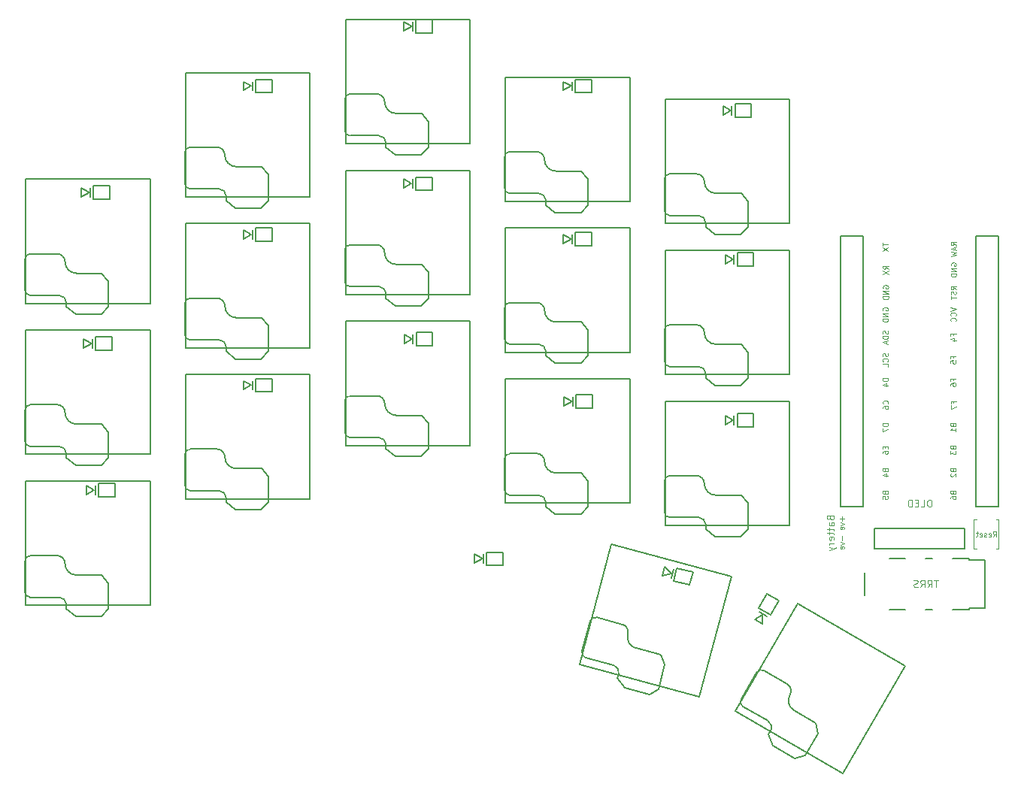
<source format=gbo>
G04 #@! TF.GenerationSoftware,KiCad,Pcbnew,7.0.6*
G04 #@! TF.CreationDate,2023-08-12T13:21:49+01:00*
G04 #@! TF.ProjectId,ferris_sweep,66657272-6973-45f7-9377-6565702e6b69,0.1*
G04 #@! TF.SameCoordinates,Original*
G04 #@! TF.FileFunction,Legend,Bot*
G04 #@! TF.FilePolarity,Positive*
%FSLAX46Y46*%
G04 Gerber Fmt 4.6, Leading zero omitted, Abs format (unit mm)*
G04 Created by KiCad (PCBNEW 7.0.6) date 2023-08-12 13:21:49*
%MOMM*%
%LPD*%
G01*
G04 APERTURE LIST*
%ADD10C,0.080000*%
%ADD11C,0.100000*%
%ADD12C,0.150000*%
%ADD13C,0.120000*%
G04 APERTURE END LIST*
D10*
X173122890Y-120526230D02*
X173322890Y-120240516D01*
X173465747Y-120526230D02*
X173465747Y-119926230D01*
X173465747Y-119926230D02*
X173237176Y-119926230D01*
X173237176Y-119926230D02*
X173180033Y-119954801D01*
X173180033Y-119954801D02*
X173151462Y-119983373D01*
X173151462Y-119983373D02*
X173122890Y-120040516D01*
X173122890Y-120040516D02*
X173122890Y-120126230D01*
X173122890Y-120126230D02*
X173151462Y-120183373D01*
X173151462Y-120183373D02*
X173180033Y-120211944D01*
X173180033Y-120211944D02*
X173237176Y-120240516D01*
X173237176Y-120240516D02*
X173465747Y-120240516D01*
X172637176Y-120497659D02*
X172694319Y-120526230D01*
X172694319Y-120526230D02*
X172808605Y-120526230D01*
X172808605Y-120526230D02*
X172865747Y-120497659D01*
X172865747Y-120497659D02*
X172894319Y-120440516D01*
X172894319Y-120440516D02*
X172894319Y-120211944D01*
X172894319Y-120211944D02*
X172865747Y-120154801D01*
X172865747Y-120154801D02*
X172808605Y-120126230D01*
X172808605Y-120126230D02*
X172694319Y-120126230D01*
X172694319Y-120126230D02*
X172637176Y-120154801D01*
X172637176Y-120154801D02*
X172608605Y-120211944D01*
X172608605Y-120211944D02*
X172608605Y-120269087D01*
X172608605Y-120269087D02*
X172894319Y-120326230D01*
X172380033Y-120497659D02*
X172322890Y-120526230D01*
X172322890Y-120526230D02*
X172208604Y-120526230D01*
X172208604Y-120526230D02*
X172151461Y-120497659D01*
X172151461Y-120497659D02*
X172122890Y-120440516D01*
X172122890Y-120440516D02*
X172122890Y-120411944D01*
X172122890Y-120411944D02*
X172151461Y-120354801D01*
X172151461Y-120354801D02*
X172208604Y-120326230D01*
X172208604Y-120326230D02*
X172294319Y-120326230D01*
X172294319Y-120326230D02*
X172351461Y-120297659D01*
X172351461Y-120297659D02*
X172380033Y-120240516D01*
X172380033Y-120240516D02*
X172380033Y-120211944D01*
X172380033Y-120211944D02*
X172351461Y-120154801D01*
X172351461Y-120154801D02*
X172294319Y-120126230D01*
X172294319Y-120126230D02*
X172208604Y-120126230D01*
X172208604Y-120126230D02*
X172151461Y-120154801D01*
X171637176Y-120497659D02*
X171694319Y-120526230D01*
X171694319Y-120526230D02*
X171808605Y-120526230D01*
X171808605Y-120526230D02*
X171865747Y-120497659D01*
X171865747Y-120497659D02*
X171894319Y-120440516D01*
X171894319Y-120440516D02*
X171894319Y-120211944D01*
X171894319Y-120211944D02*
X171865747Y-120154801D01*
X171865747Y-120154801D02*
X171808605Y-120126230D01*
X171808605Y-120126230D02*
X171694319Y-120126230D01*
X171694319Y-120126230D02*
X171637176Y-120154801D01*
X171637176Y-120154801D02*
X171608605Y-120211944D01*
X171608605Y-120211944D02*
X171608605Y-120269087D01*
X171608605Y-120269087D02*
X171894319Y-120326230D01*
X171437176Y-120126230D02*
X171208604Y-120126230D01*
X171351461Y-119926230D02*
X171351461Y-120440516D01*
X171351461Y-120440516D02*
X171322890Y-120497659D01*
X171322890Y-120497659D02*
X171265747Y-120526230D01*
X171265747Y-120526230D02*
X171208604Y-120526230D01*
X161310762Y-102668165D02*
X160710762Y-102668165D01*
X160710762Y-102668165D02*
X160710762Y-102811022D01*
X160710762Y-102811022D02*
X160739333Y-102896736D01*
X160739333Y-102896736D02*
X160796476Y-102953879D01*
X160796476Y-102953879D02*
X160853619Y-102982450D01*
X160853619Y-102982450D02*
X160967905Y-103011022D01*
X160967905Y-103011022D02*
X161053619Y-103011022D01*
X161053619Y-103011022D02*
X161167905Y-102982450D01*
X161167905Y-102982450D02*
X161225048Y-102953879D01*
X161225048Y-102953879D02*
X161282191Y-102896736D01*
X161282191Y-102896736D02*
X161310762Y-102811022D01*
X161310762Y-102811022D02*
X161310762Y-102668165D01*
X160910762Y-103525308D02*
X161310762Y-103525308D01*
X160682191Y-103382450D02*
X161110762Y-103239593D01*
X161110762Y-103239593D02*
X161110762Y-103611022D01*
X161344505Y-90334749D02*
X161058791Y-90134749D01*
X161344505Y-89991892D02*
X160744505Y-89991892D01*
X160744505Y-89991892D02*
X160744505Y-90220463D01*
X160744505Y-90220463D02*
X160773076Y-90277606D01*
X160773076Y-90277606D02*
X160801648Y-90306177D01*
X160801648Y-90306177D02*
X160858791Y-90334749D01*
X160858791Y-90334749D02*
X160944505Y-90334749D01*
X160944505Y-90334749D02*
X161001648Y-90306177D01*
X161001648Y-90306177D02*
X161030219Y-90277606D01*
X161030219Y-90277606D02*
X161058791Y-90220463D01*
X161058791Y-90220463D02*
X161058791Y-89991892D01*
X160744505Y-90534749D02*
X161344505Y-90934749D01*
X160744505Y-90934749D02*
X161344505Y-90534749D01*
X161282191Y-99856736D02*
X161310762Y-99942451D01*
X161310762Y-99942451D02*
X161310762Y-100085308D01*
X161310762Y-100085308D02*
X161282191Y-100142451D01*
X161282191Y-100142451D02*
X161253619Y-100171022D01*
X161253619Y-100171022D02*
X161196476Y-100199593D01*
X161196476Y-100199593D02*
X161139333Y-100199593D01*
X161139333Y-100199593D02*
X161082191Y-100171022D01*
X161082191Y-100171022D02*
X161053619Y-100142451D01*
X161053619Y-100142451D02*
X161025048Y-100085308D01*
X161025048Y-100085308D02*
X160996476Y-99971022D01*
X160996476Y-99971022D02*
X160967905Y-99913879D01*
X160967905Y-99913879D02*
X160939333Y-99885308D01*
X160939333Y-99885308D02*
X160882191Y-99856736D01*
X160882191Y-99856736D02*
X160825048Y-99856736D01*
X160825048Y-99856736D02*
X160767905Y-99885308D01*
X160767905Y-99885308D02*
X160739333Y-99913879D01*
X160739333Y-99913879D02*
X160710762Y-99971022D01*
X160710762Y-99971022D02*
X160710762Y-100113879D01*
X160710762Y-100113879D02*
X160739333Y-100199593D01*
X161253619Y-100799594D02*
X161282191Y-100771022D01*
X161282191Y-100771022D02*
X161310762Y-100685308D01*
X161310762Y-100685308D02*
X161310762Y-100628165D01*
X161310762Y-100628165D02*
X161282191Y-100542451D01*
X161282191Y-100542451D02*
X161225048Y-100485308D01*
X161225048Y-100485308D02*
X161167905Y-100456737D01*
X161167905Y-100456737D02*
X161053619Y-100428165D01*
X161053619Y-100428165D02*
X160967905Y-100428165D01*
X160967905Y-100428165D02*
X160853619Y-100456737D01*
X160853619Y-100456737D02*
X160796476Y-100485308D01*
X160796476Y-100485308D02*
X160739333Y-100542451D01*
X160739333Y-100542451D02*
X160710762Y-100628165D01*
X160710762Y-100628165D02*
X160710762Y-100685308D01*
X160710762Y-100685308D02*
X160739333Y-100771022D01*
X160739333Y-100771022D02*
X160767905Y-100799594D01*
X161310762Y-101342451D02*
X161310762Y-101056737D01*
X161310762Y-101056737D02*
X160710762Y-101056737D01*
X160746127Y-95038984D02*
X160717556Y-94981842D01*
X160717556Y-94981842D02*
X160717556Y-94896127D01*
X160717556Y-94896127D02*
X160746127Y-94810413D01*
X160746127Y-94810413D02*
X160803270Y-94753270D01*
X160803270Y-94753270D02*
X160860413Y-94724699D01*
X160860413Y-94724699D02*
X160974699Y-94696127D01*
X160974699Y-94696127D02*
X161060413Y-94696127D01*
X161060413Y-94696127D02*
X161174699Y-94724699D01*
X161174699Y-94724699D02*
X161231842Y-94753270D01*
X161231842Y-94753270D02*
X161288985Y-94810413D01*
X161288985Y-94810413D02*
X161317556Y-94896127D01*
X161317556Y-94896127D02*
X161317556Y-94953270D01*
X161317556Y-94953270D02*
X161288985Y-95038984D01*
X161288985Y-95038984D02*
X161260413Y-95067556D01*
X161260413Y-95067556D02*
X161060413Y-95067556D01*
X161060413Y-95067556D02*
X161060413Y-94953270D01*
X161317556Y-95324699D02*
X160717556Y-95324699D01*
X160717556Y-95324699D02*
X161317556Y-95667556D01*
X161317556Y-95667556D02*
X160717556Y-95667556D01*
X161317556Y-95953270D02*
X160717556Y-95953270D01*
X160717556Y-95953270D02*
X160717556Y-96096127D01*
X160717556Y-96096127D02*
X160746127Y-96181841D01*
X160746127Y-96181841D02*
X160803270Y-96238984D01*
X160803270Y-96238984D02*
X160860413Y-96267555D01*
X160860413Y-96267555D02*
X160974699Y-96296127D01*
X160974699Y-96296127D02*
X161060413Y-96296127D01*
X161060413Y-96296127D02*
X161174699Y-96267555D01*
X161174699Y-96267555D02*
X161231842Y-96238984D01*
X161231842Y-96238984D02*
X161288985Y-96181841D01*
X161288985Y-96181841D02*
X161317556Y-96096127D01*
X161317556Y-96096127D02*
X161317556Y-95953270D01*
X168641641Y-102909495D02*
X168641641Y-102709495D01*
X168955927Y-102709495D02*
X168355927Y-102709495D01*
X168355927Y-102709495D02*
X168355927Y-102995209D01*
X168355927Y-103480924D02*
X168355927Y-103366638D01*
X168355927Y-103366638D02*
X168384498Y-103309495D01*
X168384498Y-103309495D02*
X168413070Y-103280924D01*
X168413070Y-103280924D02*
X168498784Y-103223781D01*
X168498784Y-103223781D02*
X168613070Y-103195209D01*
X168613070Y-103195209D02*
X168841641Y-103195209D01*
X168841641Y-103195209D02*
X168898784Y-103223781D01*
X168898784Y-103223781D02*
X168927356Y-103252352D01*
X168927356Y-103252352D02*
X168955927Y-103309495D01*
X168955927Y-103309495D02*
X168955927Y-103423781D01*
X168955927Y-103423781D02*
X168927356Y-103480924D01*
X168927356Y-103480924D02*
X168898784Y-103509495D01*
X168898784Y-103509495D02*
X168841641Y-103538066D01*
X168841641Y-103538066D02*
X168698784Y-103538066D01*
X168698784Y-103538066D02*
X168641641Y-103509495D01*
X168641641Y-103509495D02*
X168613070Y-103480924D01*
X168613070Y-103480924D02*
X168584498Y-103423781D01*
X168584498Y-103423781D02*
X168584498Y-103309495D01*
X168584498Y-103309495D02*
X168613070Y-103252352D01*
X168613070Y-103252352D02*
X168641641Y-103223781D01*
X168641641Y-103223781D02*
X168698784Y-103195209D01*
X168989670Y-87678936D02*
X168703956Y-87478936D01*
X168989670Y-87336079D02*
X168389670Y-87336079D01*
X168389670Y-87336079D02*
X168389670Y-87564650D01*
X168389670Y-87564650D02*
X168418241Y-87621793D01*
X168418241Y-87621793D02*
X168446813Y-87650364D01*
X168446813Y-87650364D02*
X168503956Y-87678936D01*
X168503956Y-87678936D02*
X168589670Y-87678936D01*
X168589670Y-87678936D02*
X168646813Y-87650364D01*
X168646813Y-87650364D02*
X168675384Y-87621793D01*
X168675384Y-87621793D02*
X168703956Y-87564650D01*
X168703956Y-87564650D02*
X168703956Y-87336079D01*
X168818241Y-87907507D02*
X168818241Y-88193222D01*
X168989670Y-87850364D02*
X168389670Y-88050364D01*
X168389670Y-88050364D02*
X168989670Y-88250364D01*
X168389670Y-88393222D02*
X168989670Y-88536079D01*
X168989670Y-88536079D02*
X168561099Y-88650365D01*
X168561099Y-88650365D02*
X168989670Y-88764650D01*
X168989670Y-88764650D02*
X168389670Y-88907508D01*
X161288985Y-97307555D02*
X161317556Y-97393270D01*
X161317556Y-97393270D02*
X161317556Y-97536127D01*
X161317556Y-97536127D02*
X161288985Y-97593270D01*
X161288985Y-97593270D02*
X161260413Y-97621841D01*
X161260413Y-97621841D02*
X161203270Y-97650412D01*
X161203270Y-97650412D02*
X161146127Y-97650412D01*
X161146127Y-97650412D02*
X161088985Y-97621841D01*
X161088985Y-97621841D02*
X161060413Y-97593270D01*
X161060413Y-97593270D02*
X161031842Y-97536127D01*
X161031842Y-97536127D02*
X161003270Y-97421841D01*
X161003270Y-97421841D02*
X160974699Y-97364698D01*
X160974699Y-97364698D02*
X160946127Y-97336127D01*
X160946127Y-97336127D02*
X160888985Y-97307555D01*
X160888985Y-97307555D02*
X160831842Y-97307555D01*
X160831842Y-97307555D02*
X160774699Y-97336127D01*
X160774699Y-97336127D02*
X160746127Y-97364698D01*
X160746127Y-97364698D02*
X160717556Y-97421841D01*
X160717556Y-97421841D02*
X160717556Y-97564698D01*
X160717556Y-97564698D02*
X160746127Y-97650412D01*
X161317556Y-97907556D02*
X160717556Y-97907556D01*
X160717556Y-97907556D02*
X160717556Y-98050413D01*
X160717556Y-98050413D02*
X160746127Y-98136127D01*
X160746127Y-98136127D02*
X160803270Y-98193270D01*
X160803270Y-98193270D02*
X160860413Y-98221841D01*
X160860413Y-98221841D02*
X160974699Y-98250413D01*
X160974699Y-98250413D02*
X161060413Y-98250413D01*
X161060413Y-98250413D02*
X161174699Y-98221841D01*
X161174699Y-98221841D02*
X161231842Y-98193270D01*
X161231842Y-98193270D02*
X161288985Y-98136127D01*
X161288985Y-98136127D02*
X161317556Y-98050413D01*
X161317556Y-98050413D02*
X161317556Y-97907556D01*
X161146127Y-98478984D02*
X161146127Y-98764699D01*
X161317556Y-98421841D02*
X160717556Y-98621841D01*
X160717556Y-98621841D02*
X161317556Y-98821841D01*
X168637654Y-115562626D02*
X168666226Y-115648340D01*
X168666226Y-115648340D02*
X168694797Y-115676911D01*
X168694797Y-115676911D02*
X168751940Y-115705483D01*
X168751940Y-115705483D02*
X168837654Y-115705483D01*
X168837654Y-115705483D02*
X168894797Y-115676911D01*
X168894797Y-115676911D02*
X168923369Y-115648340D01*
X168923369Y-115648340D02*
X168951940Y-115591197D01*
X168951940Y-115591197D02*
X168951940Y-115362626D01*
X168951940Y-115362626D02*
X168351940Y-115362626D01*
X168351940Y-115362626D02*
X168351940Y-115562626D01*
X168351940Y-115562626D02*
X168380511Y-115619769D01*
X168380511Y-115619769D02*
X168409083Y-115648340D01*
X168409083Y-115648340D02*
X168466226Y-115676911D01*
X168466226Y-115676911D02*
X168523369Y-115676911D01*
X168523369Y-115676911D02*
X168580511Y-115648340D01*
X168580511Y-115648340D02*
X168609083Y-115619769D01*
X168609083Y-115619769D02*
X168637654Y-115562626D01*
X168637654Y-115562626D02*
X168637654Y-115362626D01*
X168351940Y-116219769D02*
X168351940Y-116105483D01*
X168351940Y-116105483D02*
X168380511Y-116048340D01*
X168380511Y-116048340D02*
X168409083Y-116019769D01*
X168409083Y-116019769D02*
X168494797Y-115962626D01*
X168494797Y-115962626D02*
X168609083Y-115934054D01*
X168609083Y-115934054D02*
X168837654Y-115934054D01*
X168837654Y-115934054D02*
X168894797Y-115962626D01*
X168894797Y-115962626D02*
X168923369Y-115991197D01*
X168923369Y-115991197D02*
X168951940Y-116048340D01*
X168951940Y-116048340D02*
X168951940Y-116162626D01*
X168951940Y-116162626D02*
X168923369Y-116219769D01*
X168923369Y-116219769D02*
X168894797Y-116248340D01*
X168894797Y-116248340D02*
X168837654Y-116276911D01*
X168837654Y-116276911D02*
X168694797Y-116276911D01*
X168694797Y-116276911D02*
X168637654Y-116248340D01*
X168637654Y-116248340D02*
X168609083Y-116219769D01*
X168609083Y-116219769D02*
X168580511Y-116162626D01*
X168580511Y-116162626D02*
X168580511Y-116048340D01*
X168580511Y-116048340D02*
X168609083Y-115991197D01*
X168609083Y-115991197D02*
X168637654Y-115962626D01*
X168637654Y-115962626D02*
X168694797Y-115934054D01*
X160992489Y-115564153D02*
X161021061Y-115649867D01*
X161021061Y-115649867D02*
X161049632Y-115678438D01*
X161049632Y-115678438D02*
X161106775Y-115707010D01*
X161106775Y-115707010D02*
X161192489Y-115707010D01*
X161192489Y-115707010D02*
X161249632Y-115678438D01*
X161249632Y-115678438D02*
X161278204Y-115649867D01*
X161278204Y-115649867D02*
X161306775Y-115592724D01*
X161306775Y-115592724D02*
X161306775Y-115364153D01*
X161306775Y-115364153D02*
X160706775Y-115364153D01*
X160706775Y-115364153D02*
X160706775Y-115564153D01*
X160706775Y-115564153D02*
X160735346Y-115621296D01*
X160735346Y-115621296D02*
X160763918Y-115649867D01*
X160763918Y-115649867D02*
X160821061Y-115678438D01*
X160821061Y-115678438D02*
X160878204Y-115678438D01*
X160878204Y-115678438D02*
X160935346Y-115649867D01*
X160935346Y-115649867D02*
X160963918Y-115621296D01*
X160963918Y-115621296D02*
X160992489Y-115564153D01*
X160992489Y-115564153D02*
X160992489Y-115364153D01*
X160706775Y-116249867D02*
X160706775Y-115964153D01*
X160706775Y-115964153D02*
X160992489Y-115935581D01*
X160992489Y-115935581D02*
X160963918Y-115964153D01*
X160963918Y-115964153D02*
X160935346Y-116021296D01*
X160935346Y-116021296D02*
X160935346Y-116164153D01*
X160935346Y-116164153D02*
X160963918Y-116221296D01*
X160963918Y-116221296D02*
X160992489Y-116249867D01*
X160992489Y-116249867D02*
X161049632Y-116278438D01*
X161049632Y-116278438D02*
X161192489Y-116278438D01*
X161192489Y-116278438D02*
X161249632Y-116249867D01*
X161249632Y-116249867D02*
X161278204Y-116221296D01*
X161278204Y-116221296D02*
X161306775Y-116164153D01*
X161306775Y-116164153D02*
X161306775Y-116021296D01*
X161306775Y-116021296D02*
X161278204Y-115964153D01*
X161278204Y-115964153D02*
X161249632Y-115935581D01*
X168648435Y-97834600D02*
X168648435Y-97634600D01*
X168962721Y-97634600D02*
X168362721Y-97634600D01*
X168362721Y-97634600D02*
X168362721Y-97920314D01*
X168562721Y-98406029D02*
X168962721Y-98406029D01*
X168334150Y-98263171D02*
X168762721Y-98120314D01*
X168762721Y-98120314D02*
X168762721Y-98491743D01*
X168989670Y-92644650D02*
X168703956Y-92444650D01*
X168989670Y-92301793D02*
X168389670Y-92301793D01*
X168389670Y-92301793D02*
X168389670Y-92530364D01*
X168389670Y-92530364D02*
X168418241Y-92587507D01*
X168418241Y-92587507D02*
X168446813Y-92616078D01*
X168446813Y-92616078D02*
X168503956Y-92644650D01*
X168503956Y-92644650D02*
X168589670Y-92644650D01*
X168589670Y-92644650D02*
X168646813Y-92616078D01*
X168646813Y-92616078D02*
X168675384Y-92587507D01*
X168675384Y-92587507D02*
X168703956Y-92530364D01*
X168703956Y-92530364D02*
X168703956Y-92301793D01*
X168961099Y-92873221D02*
X168989670Y-92958936D01*
X168989670Y-92958936D02*
X168989670Y-93101793D01*
X168989670Y-93101793D02*
X168961099Y-93158936D01*
X168961099Y-93158936D02*
X168932527Y-93187507D01*
X168932527Y-93187507D02*
X168875384Y-93216078D01*
X168875384Y-93216078D02*
X168818241Y-93216078D01*
X168818241Y-93216078D02*
X168761099Y-93187507D01*
X168761099Y-93187507D02*
X168732527Y-93158936D01*
X168732527Y-93158936D02*
X168703956Y-93101793D01*
X168703956Y-93101793D02*
X168675384Y-92987507D01*
X168675384Y-92987507D02*
X168646813Y-92930364D01*
X168646813Y-92930364D02*
X168618241Y-92901793D01*
X168618241Y-92901793D02*
X168561099Y-92873221D01*
X168561099Y-92873221D02*
X168503956Y-92873221D01*
X168503956Y-92873221D02*
X168446813Y-92901793D01*
X168446813Y-92901793D02*
X168418241Y-92930364D01*
X168418241Y-92930364D02*
X168389670Y-92987507D01*
X168389670Y-92987507D02*
X168389670Y-93130364D01*
X168389670Y-93130364D02*
X168418241Y-93216078D01*
X168389670Y-93387507D02*
X168389670Y-93730365D01*
X168989670Y-93558936D02*
X168389670Y-93558936D01*
X168637654Y-113022626D02*
X168666226Y-113108340D01*
X168666226Y-113108340D02*
X168694797Y-113136911D01*
X168694797Y-113136911D02*
X168751940Y-113165483D01*
X168751940Y-113165483D02*
X168837654Y-113165483D01*
X168837654Y-113165483D02*
X168894797Y-113136911D01*
X168894797Y-113136911D02*
X168923369Y-113108340D01*
X168923369Y-113108340D02*
X168951940Y-113051197D01*
X168951940Y-113051197D02*
X168951940Y-112822626D01*
X168951940Y-112822626D02*
X168351940Y-112822626D01*
X168351940Y-112822626D02*
X168351940Y-113022626D01*
X168351940Y-113022626D02*
X168380511Y-113079769D01*
X168380511Y-113079769D02*
X168409083Y-113108340D01*
X168409083Y-113108340D02*
X168466226Y-113136911D01*
X168466226Y-113136911D02*
X168523369Y-113136911D01*
X168523369Y-113136911D02*
X168580511Y-113108340D01*
X168580511Y-113108340D02*
X168609083Y-113079769D01*
X168609083Y-113079769D02*
X168637654Y-113022626D01*
X168637654Y-113022626D02*
X168637654Y-112822626D01*
X168409083Y-113394054D02*
X168380511Y-113422626D01*
X168380511Y-113422626D02*
X168351940Y-113479769D01*
X168351940Y-113479769D02*
X168351940Y-113622626D01*
X168351940Y-113622626D02*
X168380511Y-113679769D01*
X168380511Y-113679769D02*
X168409083Y-113708340D01*
X168409083Y-113708340D02*
X168466226Y-113736911D01*
X168466226Y-113736911D02*
X168523369Y-113736911D01*
X168523369Y-113736911D02*
X168609083Y-113708340D01*
X168609083Y-113708340D02*
X168951940Y-113365483D01*
X168951940Y-113365483D02*
X168951940Y-113736911D01*
X168418241Y-89976079D02*
X168389670Y-89918937D01*
X168389670Y-89918937D02*
X168389670Y-89833222D01*
X168389670Y-89833222D02*
X168418241Y-89747508D01*
X168418241Y-89747508D02*
X168475384Y-89690365D01*
X168475384Y-89690365D02*
X168532527Y-89661794D01*
X168532527Y-89661794D02*
X168646813Y-89633222D01*
X168646813Y-89633222D02*
X168732527Y-89633222D01*
X168732527Y-89633222D02*
X168846813Y-89661794D01*
X168846813Y-89661794D02*
X168903956Y-89690365D01*
X168903956Y-89690365D02*
X168961099Y-89747508D01*
X168961099Y-89747508D02*
X168989670Y-89833222D01*
X168989670Y-89833222D02*
X168989670Y-89890365D01*
X168989670Y-89890365D02*
X168961099Y-89976079D01*
X168961099Y-89976079D02*
X168932527Y-90004651D01*
X168932527Y-90004651D02*
X168732527Y-90004651D01*
X168732527Y-90004651D02*
X168732527Y-89890365D01*
X168989670Y-90261794D02*
X168389670Y-90261794D01*
X168389670Y-90261794D02*
X168989670Y-90604651D01*
X168989670Y-90604651D02*
X168389670Y-90604651D01*
X168989670Y-90890365D02*
X168389670Y-90890365D01*
X168389670Y-90890365D02*
X168389670Y-91033222D01*
X168389670Y-91033222D02*
X168418241Y-91118936D01*
X168418241Y-91118936D02*
X168475384Y-91176079D01*
X168475384Y-91176079D02*
X168532527Y-91204650D01*
X168532527Y-91204650D02*
X168646813Y-91233222D01*
X168646813Y-91233222D02*
X168732527Y-91233222D01*
X168732527Y-91233222D02*
X168846813Y-91204650D01*
X168846813Y-91204650D02*
X168903956Y-91176079D01*
X168903956Y-91176079D02*
X168961099Y-91118936D01*
X168961099Y-91118936D02*
X168989670Y-91033222D01*
X168989670Y-91033222D02*
X168989670Y-90890365D01*
X160999283Y-110317829D02*
X160999283Y-110517829D01*
X161313569Y-110603543D02*
X161313569Y-110317829D01*
X161313569Y-110317829D02*
X160713569Y-110317829D01*
X160713569Y-110317829D02*
X160713569Y-110603543D01*
X160713569Y-111117829D02*
X160713569Y-111003543D01*
X160713569Y-111003543D02*
X160742140Y-110946400D01*
X160742140Y-110946400D02*
X160770712Y-110917829D01*
X160770712Y-110917829D02*
X160856426Y-110860686D01*
X160856426Y-110860686D02*
X160970712Y-110832114D01*
X160970712Y-110832114D02*
X161199283Y-110832114D01*
X161199283Y-110832114D02*
X161256426Y-110860686D01*
X161256426Y-110860686D02*
X161284998Y-110889257D01*
X161284998Y-110889257D02*
X161313569Y-110946400D01*
X161313569Y-110946400D02*
X161313569Y-111060686D01*
X161313569Y-111060686D02*
X161284998Y-111117829D01*
X161284998Y-111117829D02*
X161256426Y-111146400D01*
X161256426Y-111146400D02*
X161199283Y-111174971D01*
X161199283Y-111174971D02*
X161056426Y-111174971D01*
X161056426Y-111174971D02*
X160999283Y-111146400D01*
X160999283Y-111146400D02*
X160970712Y-111117829D01*
X160970712Y-111117829D02*
X160942140Y-111060686D01*
X160942140Y-111060686D02*
X160942140Y-110946400D01*
X160942140Y-110946400D02*
X160970712Y-110889257D01*
X160970712Y-110889257D02*
X160999283Y-110860686D01*
X160999283Y-110860686D02*
X161056426Y-110832114D01*
X160773076Y-92517606D02*
X160744505Y-92460464D01*
X160744505Y-92460464D02*
X160744505Y-92374749D01*
X160744505Y-92374749D02*
X160773076Y-92289035D01*
X160773076Y-92289035D02*
X160830219Y-92231892D01*
X160830219Y-92231892D02*
X160887362Y-92203321D01*
X160887362Y-92203321D02*
X161001648Y-92174749D01*
X161001648Y-92174749D02*
X161087362Y-92174749D01*
X161087362Y-92174749D02*
X161201648Y-92203321D01*
X161201648Y-92203321D02*
X161258791Y-92231892D01*
X161258791Y-92231892D02*
X161315934Y-92289035D01*
X161315934Y-92289035D02*
X161344505Y-92374749D01*
X161344505Y-92374749D02*
X161344505Y-92431892D01*
X161344505Y-92431892D02*
X161315934Y-92517606D01*
X161315934Y-92517606D02*
X161287362Y-92546178D01*
X161287362Y-92546178D02*
X161087362Y-92546178D01*
X161087362Y-92546178D02*
X161087362Y-92431892D01*
X161344505Y-92803321D02*
X160744505Y-92803321D01*
X160744505Y-92803321D02*
X161344505Y-93146178D01*
X161344505Y-93146178D02*
X160744505Y-93146178D01*
X161344505Y-93431892D02*
X160744505Y-93431892D01*
X160744505Y-93431892D02*
X160744505Y-93574749D01*
X160744505Y-93574749D02*
X160773076Y-93660463D01*
X160773076Y-93660463D02*
X160830219Y-93717606D01*
X160830219Y-93717606D02*
X160887362Y-93746177D01*
X160887362Y-93746177D02*
X161001648Y-93774749D01*
X161001648Y-93774749D02*
X161087362Y-93774749D01*
X161087362Y-93774749D02*
X161201648Y-93746177D01*
X161201648Y-93746177D02*
X161258791Y-93717606D01*
X161258791Y-93717606D02*
X161315934Y-93660463D01*
X161315934Y-93660463D02*
X161344505Y-93574749D01*
X161344505Y-93574749D02*
X161344505Y-93431892D01*
X160737670Y-87436078D02*
X160737670Y-87778936D01*
X161337670Y-87607507D02*
X160737670Y-87607507D01*
X160737670Y-87921793D02*
X161337670Y-88321793D01*
X160737670Y-88321793D02*
X161337670Y-87921793D01*
X160992489Y-113024153D02*
X161021061Y-113109867D01*
X161021061Y-113109867D02*
X161049632Y-113138438D01*
X161049632Y-113138438D02*
X161106775Y-113167010D01*
X161106775Y-113167010D02*
X161192489Y-113167010D01*
X161192489Y-113167010D02*
X161249632Y-113138438D01*
X161249632Y-113138438D02*
X161278204Y-113109867D01*
X161278204Y-113109867D02*
X161306775Y-113052724D01*
X161306775Y-113052724D02*
X161306775Y-112824153D01*
X161306775Y-112824153D02*
X160706775Y-112824153D01*
X160706775Y-112824153D02*
X160706775Y-113024153D01*
X160706775Y-113024153D02*
X160735346Y-113081296D01*
X160735346Y-113081296D02*
X160763918Y-113109867D01*
X160763918Y-113109867D02*
X160821061Y-113138438D01*
X160821061Y-113138438D02*
X160878204Y-113138438D01*
X160878204Y-113138438D02*
X160935346Y-113109867D01*
X160935346Y-113109867D02*
X160963918Y-113081296D01*
X160963918Y-113081296D02*
X160992489Y-113024153D01*
X160992489Y-113024153D02*
X160992489Y-112824153D01*
X160906775Y-113681296D02*
X161306775Y-113681296D01*
X160678204Y-113538438D02*
X161106775Y-113395581D01*
X161106775Y-113395581D02*
X161106775Y-113767010D01*
X168641641Y-100369495D02*
X168641641Y-100169495D01*
X168955927Y-100169495D02*
X168355927Y-100169495D01*
X168355927Y-100169495D02*
X168355927Y-100455209D01*
X168355927Y-100969495D02*
X168355927Y-100683781D01*
X168355927Y-100683781D02*
X168641641Y-100655209D01*
X168641641Y-100655209D02*
X168613070Y-100683781D01*
X168613070Y-100683781D02*
X168584498Y-100740924D01*
X168584498Y-100740924D02*
X168584498Y-100883781D01*
X168584498Y-100883781D02*
X168613070Y-100940924D01*
X168613070Y-100940924D02*
X168641641Y-100969495D01*
X168641641Y-100969495D02*
X168698784Y-100998066D01*
X168698784Y-100998066D02*
X168841641Y-100998066D01*
X168841641Y-100998066D02*
X168898784Y-100969495D01*
X168898784Y-100969495D02*
X168927356Y-100940924D01*
X168927356Y-100940924D02*
X168955927Y-100883781D01*
X168955927Y-100883781D02*
X168955927Y-100740924D01*
X168955927Y-100740924D02*
X168927356Y-100683781D01*
X168927356Y-100683781D02*
X168898784Y-100655209D01*
X161313569Y-107749258D02*
X160713569Y-107749258D01*
X160713569Y-107749258D02*
X160713569Y-107892115D01*
X160713569Y-107892115D02*
X160742140Y-107977829D01*
X160742140Y-107977829D02*
X160799283Y-108034972D01*
X160799283Y-108034972D02*
X160856426Y-108063543D01*
X160856426Y-108063543D02*
X160970712Y-108092115D01*
X160970712Y-108092115D02*
X161056426Y-108092115D01*
X161056426Y-108092115D02*
X161170712Y-108063543D01*
X161170712Y-108063543D02*
X161227855Y-108034972D01*
X161227855Y-108034972D02*
X161284998Y-107977829D01*
X161284998Y-107977829D02*
X161313569Y-107892115D01*
X161313569Y-107892115D02*
X161313569Y-107749258D01*
X160713569Y-108292115D02*
X160713569Y-108692115D01*
X160713569Y-108692115D02*
X161313569Y-108434972D01*
X168662641Y-105460070D02*
X168662641Y-105260070D01*
X168976927Y-105260070D02*
X168376927Y-105260070D01*
X168376927Y-105260070D02*
X168376927Y-105545784D01*
X168376927Y-105717213D02*
X168376927Y-106117213D01*
X168376927Y-106117213D02*
X168976927Y-105860070D01*
X168362721Y-94694599D02*
X168962721Y-94894599D01*
X168962721Y-94894599D02*
X168362721Y-95094599D01*
X168905578Y-95637457D02*
X168934150Y-95608885D01*
X168934150Y-95608885D02*
X168962721Y-95523171D01*
X168962721Y-95523171D02*
X168962721Y-95466028D01*
X168962721Y-95466028D02*
X168934150Y-95380314D01*
X168934150Y-95380314D02*
X168877007Y-95323171D01*
X168877007Y-95323171D02*
X168819864Y-95294600D01*
X168819864Y-95294600D02*
X168705578Y-95266028D01*
X168705578Y-95266028D02*
X168619864Y-95266028D01*
X168619864Y-95266028D02*
X168505578Y-95294600D01*
X168505578Y-95294600D02*
X168448435Y-95323171D01*
X168448435Y-95323171D02*
X168391292Y-95380314D01*
X168391292Y-95380314D02*
X168362721Y-95466028D01*
X168362721Y-95466028D02*
X168362721Y-95523171D01*
X168362721Y-95523171D02*
X168391292Y-95608885D01*
X168391292Y-95608885D02*
X168419864Y-95637457D01*
X168905578Y-96237457D02*
X168934150Y-96208885D01*
X168934150Y-96208885D02*
X168962721Y-96123171D01*
X168962721Y-96123171D02*
X168962721Y-96066028D01*
X168962721Y-96066028D02*
X168934150Y-95980314D01*
X168934150Y-95980314D02*
X168877007Y-95923171D01*
X168877007Y-95923171D02*
X168819864Y-95894600D01*
X168819864Y-95894600D02*
X168705578Y-95866028D01*
X168705578Y-95866028D02*
X168619864Y-95866028D01*
X168619864Y-95866028D02*
X168505578Y-95894600D01*
X168505578Y-95894600D02*
X168448435Y-95923171D01*
X168448435Y-95923171D02*
X168391292Y-95980314D01*
X168391292Y-95980314D02*
X168362721Y-96066028D01*
X168362721Y-96066028D02*
X168362721Y-96123171D01*
X168362721Y-96123171D02*
X168391292Y-96208885D01*
X168391292Y-96208885D02*
X168419864Y-96237457D01*
X168644448Y-107947731D02*
X168673020Y-108033445D01*
X168673020Y-108033445D02*
X168701591Y-108062016D01*
X168701591Y-108062016D02*
X168758734Y-108090588D01*
X168758734Y-108090588D02*
X168844448Y-108090588D01*
X168844448Y-108090588D02*
X168901591Y-108062016D01*
X168901591Y-108062016D02*
X168930163Y-108033445D01*
X168930163Y-108033445D02*
X168958734Y-107976302D01*
X168958734Y-107976302D02*
X168958734Y-107747731D01*
X168958734Y-107747731D02*
X168358734Y-107747731D01*
X168358734Y-107747731D02*
X168358734Y-107947731D01*
X168358734Y-107947731D02*
X168387305Y-108004874D01*
X168387305Y-108004874D02*
X168415877Y-108033445D01*
X168415877Y-108033445D02*
X168473020Y-108062016D01*
X168473020Y-108062016D02*
X168530163Y-108062016D01*
X168530163Y-108062016D02*
X168587305Y-108033445D01*
X168587305Y-108033445D02*
X168615877Y-108004874D01*
X168615877Y-108004874D02*
X168644448Y-107947731D01*
X168644448Y-107947731D02*
X168644448Y-107747731D01*
X168958734Y-108662016D02*
X168958734Y-108319159D01*
X168958734Y-108490588D02*
X168358734Y-108490588D01*
X168358734Y-108490588D02*
X168444448Y-108433445D01*
X168444448Y-108433445D02*
X168501591Y-108376302D01*
X168501591Y-108376302D02*
X168530163Y-108319159D01*
X168644448Y-110487731D02*
X168673020Y-110573445D01*
X168673020Y-110573445D02*
X168701591Y-110602016D01*
X168701591Y-110602016D02*
X168758734Y-110630588D01*
X168758734Y-110630588D02*
X168844448Y-110630588D01*
X168844448Y-110630588D02*
X168901591Y-110602016D01*
X168901591Y-110602016D02*
X168930163Y-110573445D01*
X168930163Y-110573445D02*
X168958734Y-110516302D01*
X168958734Y-110516302D02*
X168958734Y-110287731D01*
X168958734Y-110287731D02*
X168358734Y-110287731D01*
X168358734Y-110287731D02*
X168358734Y-110487731D01*
X168358734Y-110487731D02*
X168387305Y-110544874D01*
X168387305Y-110544874D02*
X168415877Y-110573445D01*
X168415877Y-110573445D02*
X168473020Y-110602016D01*
X168473020Y-110602016D02*
X168530163Y-110602016D01*
X168530163Y-110602016D02*
X168587305Y-110573445D01*
X168587305Y-110573445D02*
X168615877Y-110544874D01*
X168615877Y-110544874D02*
X168644448Y-110487731D01*
X168644448Y-110487731D02*
X168644448Y-110287731D01*
X168358734Y-110830588D02*
X168358734Y-111202016D01*
X168358734Y-111202016D02*
X168587305Y-111002016D01*
X168587305Y-111002016D02*
X168587305Y-111087731D01*
X168587305Y-111087731D02*
X168615877Y-111144874D01*
X168615877Y-111144874D02*
X168644448Y-111173445D01*
X168644448Y-111173445D02*
X168701591Y-111202016D01*
X168701591Y-111202016D02*
X168844448Y-111202016D01*
X168844448Y-111202016D02*
X168901591Y-111173445D01*
X168901591Y-111173445D02*
X168930163Y-111144874D01*
X168930163Y-111144874D02*
X168958734Y-111087731D01*
X168958734Y-111087731D02*
X168958734Y-110916302D01*
X168958734Y-110916302D02*
X168930163Y-110859159D01*
X168930163Y-110859159D02*
X168901591Y-110830588D01*
X161274619Y-105561597D02*
X161303191Y-105533025D01*
X161303191Y-105533025D02*
X161331762Y-105447311D01*
X161331762Y-105447311D02*
X161331762Y-105390168D01*
X161331762Y-105390168D02*
X161303191Y-105304454D01*
X161303191Y-105304454D02*
X161246048Y-105247311D01*
X161246048Y-105247311D02*
X161188905Y-105218740D01*
X161188905Y-105218740D02*
X161074619Y-105190168D01*
X161074619Y-105190168D02*
X160988905Y-105190168D01*
X160988905Y-105190168D02*
X160874619Y-105218740D01*
X160874619Y-105218740D02*
X160817476Y-105247311D01*
X160817476Y-105247311D02*
X160760333Y-105304454D01*
X160760333Y-105304454D02*
X160731762Y-105390168D01*
X160731762Y-105390168D02*
X160731762Y-105447311D01*
X160731762Y-105447311D02*
X160760333Y-105533025D01*
X160760333Y-105533025D02*
X160788905Y-105561597D01*
X160731762Y-106075883D02*
X160731762Y-105961597D01*
X160731762Y-105961597D02*
X160760333Y-105904454D01*
X160760333Y-105904454D02*
X160788905Y-105875883D01*
X160788905Y-105875883D02*
X160874619Y-105818740D01*
X160874619Y-105818740D02*
X160988905Y-105790168D01*
X160988905Y-105790168D02*
X161217476Y-105790168D01*
X161217476Y-105790168D02*
X161274619Y-105818740D01*
X161274619Y-105818740D02*
X161303191Y-105847311D01*
X161303191Y-105847311D02*
X161331762Y-105904454D01*
X161331762Y-105904454D02*
X161331762Y-106018740D01*
X161331762Y-106018740D02*
X161303191Y-106075883D01*
X161303191Y-106075883D02*
X161274619Y-106104454D01*
X161274619Y-106104454D02*
X161217476Y-106133025D01*
X161217476Y-106133025D02*
X161074619Y-106133025D01*
X161074619Y-106133025D02*
X161017476Y-106104454D01*
X161017476Y-106104454D02*
X160988905Y-106075883D01*
X160988905Y-106075883D02*
X160960333Y-106018740D01*
X160960333Y-106018740D02*
X160960333Y-105904454D01*
X160960333Y-105904454D02*
X160988905Y-105847311D01*
X160988905Y-105847311D02*
X161017476Y-105818740D01*
X161017476Y-105818740D02*
X161074619Y-105790168D01*
D11*
X166934230Y-125389815D02*
X166477087Y-125389815D01*
X166705659Y-126189815D02*
X166705659Y-125389815D01*
X165753277Y-126189815D02*
X166019944Y-125808862D01*
X166210420Y-126189815D02*
X166210420Y-125389815D01*
X166210420Y-125389815D02*
X165905658Y-125389815D01*
X165905658Y-125389815D02*
X165829468Y-125427910D01*
X165829468Y-125427910D02*
X165791373Y-125466005D01*
X165791373Y-125466005D02*
X165753277Y-125542196D01*
X165753277Y-125542196D02*
X165753277Y-125656481D01*
X165753277Y-125656481D02*
X165791373Y-125732672D01*
X165791373Y-125732672D02*
X165829468Y-125770767D01*
X165829468Y-125770767D02*
X165905658Y-125808862D01*
X165905658Y-125808862D02*
X166210420Y-125808862D01*
X164953277Y-126189815D02*
X165219944Y-125808862D01*
X165410420Y-126189815D02*
X165410420Y-125389815D01*
X165410420Y-125389815D02*
X165105658Y-125389815D01*
X165105658Y-125389815D02*
X165029468Y-125427910D01*
X165029468Y-125427910D02*
X164991373Y-125466005D01*
X164991373Y-125466005D02*
X164953277Y-125542196D01*
X164953277Y-125542196D02*
X164953277Y-125656481D01*
X164953277Y-125656481D02*
X164991373Y-125732672D01*
X164991373Y-125732672D02*
X165029468Y-125770767D01*
X165029468Y-125770767D02*
X165105658Y-125808862D01*
X165105658Y-125808862D02*
X165410420Y-125808862D01*
X164648516Y-126151720D02*
X164534230Y-126189815D01*
X164534230Y-126189815D02*
X164343754Y-126189815D01*
X164343754Y-126189815D02*
X164267563Y-126151720D01*
X164267563Y-126151720D02*
X164229468Y-126113624D01*
X164229468Y-126113624D02*
X164191373Y-126037434D01*
X164191373Y-126037434D02*
X164191373Y-125961243D01*
X164191373Y-125961243D02*
X164229468Y-125885053D01*
X164229468Y-125885053D02*
X164267563Y-125846958D01*
X164267563Y-125846958D02*
X164343754Y-125808862D01*
X164343754Y-125808862D02*
X164496135Y-125770767D01*
X164496135Y-125770767D02*
X164572325Y-125732672D01*
X164572325Y-125732672D02*
X164610420Y-125694577D01*
X164610420Y-125694577D02*
X164648516Y-125618386D01*
X164648516Y-125618386D02*
X164648516Y-125542196D01*
X164648516Y-125542196D02*
X164610420Y-125466005D01*
X164610420Y-125466005D02*
X164572325Y-125427910D01*
X164572325Y-125427910D02*
X164496135Y-125389815D01*
X164496135Y-125389815D02*
X164305658Y-125389815D01*
X164305658Y-125389815D02*
X164191373Y-125427910D01*
X166062342Y-116357806D02*
X165909961Y-116357806D01*
X165909961Y-116357806D02*
X165833771Y-116395901D01*
X165833771Y-116395901D02*
X165757580Y-116472091D01*
X165757580Y-116472091D02*
X165719485Y-116624472D01*
X165719485Y-116624472D02*
X165719485Y-116891139D01*
X165719485Y-116891139D02*
X165757580Y-117043520D01*
X165757580Y-117043520D02*
X165833771Y-117119711D01*
X165833771Y-117119711D02*
X165909961Y-117157806D01*
X165909961Y-117157806D02*
X166062342Y-117157806D01*
X166062342Y-117157806D02*
X166138533Y-117119711D01*
X166138533Y-117119711D02*
X166214723Y-117043520D01*
X166214723Y-117043520D02*
X166252819Y-116891139D01*
X166252819Y-116891139D02*
X166252819Y-116624472D01*
X166252819Y-116624472D02*
X166214723Y-116472091D01*
X166214723Y-116472091D02*
X166138533Y-116395901D01*
X166138533Y-116395901D02*
X166062342Y-116357806D01*
X164995676Y-117157806D02*
X165376628Y-117157806D01*
X165376628Y-117157806D02*
X165376628Y-116357806D01*
X164729009Y-116738758D02*
X164462343Y-116738758D01*
X164348057Y-117157806D02*
X164729009Y-117157806D01*
X164729009Y-117157806D02*
X164729009Y-116357806D01*
X164729009Y-116357806D02*
X164348057Y-116357806D01*
X164005199Y-117157806D02*
X164005199Y-116357806D01*
X164005199Y-116357806D02*
X163814723Y-116357806D01*
X163814723Y-116357806D02*
X163700437Y-116395901D01*
X163700437Y-116395901D02*
X163624247Y-116472091D01*
X163624247Y-116472091D02*
X163586152Y-116548282D01*
X163586152Y-116548282D02*
X163548056Y-116700663D01*
X163548056Y-116700663D02*
X163548056Y-116814949D01*
X163548056Y-116814949D02*
X163586152Y-116967330D01*
X163586152Y-116967330D02*
X163624247Y-117043520D01*
X163624247Y-117043520D02*
X163700437Y-117119711D01*
X163700437Y-117119711D02*
X163814723Y-117157806D01*
X163814723Y-117157806D02*
X164005199Y-117157806D01*
D10*
X156145271Y-120437120D02*
X156145271Y-120894263D01*
X155973842Y-121122834D02*
X156373842Y-121265691D01*
X156373842Y-121265691D02*
X155973842Y-121408548D01*
X156345271Y-121865691D02*
X156373842Y-121808548D01*
X156373842Y-121808548D02*
X156373842Y-121694263D01*
X156373842Y-121694263D02*
X156345271Y-121637120D01*
X156345271Y-121637120D02*
X156288128Y-121608548D01*
X156288128Y-121608548D02*
X156059556Y-121608548D01*
X156059556Y-121608548D02*
X156002413Y-121637120D01*
X156002413Y-121637120D02*
X155973842Y-121694263D01*
X155973842Y-121694263D02*
X155973842Y-121808548D01*
X155973842Y-121808548D02*
X156002413Y-121865691D01*
X156002413Y-121865691D02*
X156059556Y-121894263D01*
X156059556Y-121894263D02*
X156116699Y-121894263D01*
X156116699Y-121894263D02*
X156173842Y-121608548D01*
D11*
X154803278Y-118394262D02*
X154841373Y-118508548D01*
X154841373Y-118508548D02*
X154879469Y-118546643D01*
X154879469Y-118546643D02*
X154955659Y-118584739D01*
X154955659Y-118584739D02*
X155069945Y-118584739D01*
X155069945Y-118584739D02*
X155146135Y-118546643D01*
X155146135Y-118546643D02*
X155184231Y-118508548D01*
X155184231Y-118508548D02*
X155222326Y-118432358D01*
X155222326Y-118432358D02*
X155222326Y-118127596D01*
X155222326Y-118127596D02*
X154422326Y-118127596D01*
X154422326Y-118127596D02*
X154422326Y-118394262D01*
X154422326Y-118394262D02*
X154460421Y-118470453D01*
X154460421Y-118470453D02*
X154498516Y-118508548D01*
X154498516Y-118508548D02*
X154574707Y-118546643D01*
X154574707Y-118546643D02*
X154650897Y-118546643D01*
X154650897Y-118546643D02*
X154727088Y-118508548D01*
X154727088Y-118508548D02*
X154765183Y-118470453D01*
X154765183Y-118470453D02*
X154803278Y-118394262D01*
X154803278Y-118394262D02*
X154803278Y-118127596D01*
X155222326Y-119270453D02*
X154803278Y-119270453D01*
X154803278Y-119270453D02*
X154727088Y-119232358D01*
X154727088Y-119232358D02*
X154688992Y-119156167D01*
X154688992Y-119156167D02*
X154688992Y-119003786D01*
X154688992Y-119003786D02*
X154727088Y-118927596D01*
X155184231Y-119270453D02*
X155222326Y-119194262D01*
X155222326Y-119194262D02*
X155222326Y-119003786D01*
X155222326Y-119003786D02*
X155184231Y-118927596D01*
X155184231Y-118927596D02*
X155108040Y-118889500D01*
X155108040Y-118889500D02*
X155031850Y-118889500D01*
X155031850Y-118889500D02*
X154955659Y-118927596D01*
X154955659Y-118927596D02*
X154917564Y-119003786D01*
X154917564Y-119003786D02*
X154917564Y-119194262D01*
X154917564Y-119194262D02*
X154879469Y-119270453D01*
X154688992Y-119537120D02*
X154688992Y-119841882D01*
X154422326Y-119651406D02*
X155108040Y-119651406D01*
X155108040Y-119651406D02*
X155184231Y-119689501D01*
X155184231Y-119689501D02*
X155222326Y-119765691D01*
X155222326Y-119765691D02*
X155222326Y-119841882D01*
X154688992Y-119994263D02*
X154688992Y-120299025D01*
X154422326Y-120108549D02*
X155108040Y-120108549D01*
X155108040Y-120108549D02*
X155184231Y-120146644D01*
X155184231Y-120146644D02*
X155222326Y-120222834D01*
X155222326Y-120222834D02*
X155222326Y-120299025D01*
X155184231Y-120870454D02*
X155222326Y-120794263D01*
X155222326Y-120794263D02*
X155222326Y-120641882D01*
X155222326Y-120641882D02*
X155184231Y-120565692D01*
X155184231Y-120565692D02*
X155108040Y-120527596D01*
X155108040Y-120527596D02*
X154803278Y-120527596D01*
X154803278Y-120527596D02*
X154727088Y-120565692D01*
X154727088Y-120565692D02*
X154688992Y-120641882D01*
X154688992Y-120641882D02*
X154688992Y-120794263D01*
X154688992Y-120794263D02*
X154727088Y-120870454D01*
X154727088Y-120870454D02*
X154803278Y-120908549D01*
X154803278Y-120908549D02*
X154879469Y-120908549D01*
X154879469Y-120908549D02*
X154955659Y-120527596D01*
X155222326Y-121251406D02*
X154688992Y-121251406D01*
X154841373Y-121251406D02*
X154765183Y-121289501D01*
X154765183Y-121289501D02*
X154727088Y-121327596D01*
X154727088Y-121327596D02*
X154688992Y-121403787D01*
X154688992Y-121403787D02*
X154688992Y-121479977D01*
X154688992Y-121670453D02*
X155222326Y-121860929D01*
X154688992Y-122051406D02*
X155222326Y-121860929D01*
X155222326Y-121860929D02*
X155412802Y-121784739D01*
X155412802Y-121784739D02*
X155450897Y-121746644D01*
X155450897Y-121746644D02*
X155488992Y-121670453D01*
D10*
X156145271Y-118237120D02*
X156145271Y-118694263D01*
X156373842Y-118465691D02*
X155916699Y-118465691D01*
X155973842Y-118922834D02*
X156373842Y-119065691D01*
X156373842Y-119065691D02*
X155973842Y-119208548D01*
X156345271Y-119665691D02*
X156373842Y-119608548D01*
X156373842Y-119608548D02*
X156373842Y-119494263D01*
X156373842Y-119494263D02*
X156345271Y-119437120D01*
X156345271Y-119437120D02*
X156288128Y-119408548D01*
X156288128Y-119408548D02*
X156059556Y-119408548D01*
X156059556Y-119408548D02*
X156002413Y-119437120D01*
X156002413Y-119437120D02*
X155973842Y-119494263D01*
X155973842Y-119494263D02*
X155973842Y-119608548D01*
X155973842Y-119608548D02*
X156002413Y-119665691D01*
X156002413Y-119665691D02*
X156059556Y-119694263D01*
X156059556Y-119694263D02*
X156116699Y-119694263D01*
X156116699Y-119694263D02*
X156173842Y-119408548D01*
D12*
X109975000Y-63750000D02*
X109975000Y-62250000D01*
X109975000Y-62250000D02*
X108125000Y-62250000D01*
X108125000Y-63750000D02*
X109975000Y-63750000D01*
X108125000Y-63750000D02*
X108125000Y-62250000D01*
X107775000Y-62500000D02*
X107775000Y-63500000D01*
X107675000Y-63000000D02*
X106775000Y-62500000D01*
X106775000Y-63500000D02*
X107675000Y-63000000D01*
X106775000Y-62500000D02*
X106775000Y-63500000D01*
X100129546Y-108739471D02*
X100129546Y-105239471D01*
X100729546Y-104639471D02*
X103729546Y-104639471D01*
X103979546Y-109339471D02*
X100729546Y-109339471D01*
X104779546Y-110639471D02*
X104779546Y-110139471D01*
X105829546Y-111489471D02*
X104779546Y-110639471D01*
X105929546Y-106839471D02*
X108779546Y-106839471D01*
X108729546Y-111489471D02*
X105829546Y-111489471D01*
X108779546Y-106839471D02*
X109529546Y-107739471D01*
X109529546Y-107739471D02*
X109529546Y-110639471D01*
X109529546Y-110639471D02*
X108729546Y-111489471D01*
X100229546Y-96239471D02*
X114229546Y-96239471D01*
X114229546Y-96239471D02*
X114229546Y-110239471D01*
X114229546Y-110239471D02*
X100229546Y-110239471D01*
X100229546Y-110239471D02*
X100229546Y-96239471D01*
X100729546Y-104639471D02*
G75*
G03*
X100129546Y-105239471I0J-600000D01*
G01*
X100129547Y-108739471D02*
G75*
G03*
X100699190Y-109338703I600001J1D01*
G01*
X104629546Y-105539471D02*
G75*
G03*
X103729546Y-104639471I-900000J0D01*
G01*
X104779546Y-110139471D02*
G75*
G03*
X103979546Y-109339471I-800001J-1D01*
G01*
X104629546Y-105539471D02*
G75*
G03*
X105929546Y-106839471I1299999J-1D01*
G01*
X73925000Y-99500000D02*
X73925000Y-98000000D01*
X73925000Y-98000000D02*
X72075000Y-98000000D01*
X72075000Y-99500000D02*
X73925000Y-99500000D01*
X72075000Y-99500000D02*
X72075000Y-98000000D01*
X71725000Y-98250000D02*
X71725000Y-99250000D01*
X71625000Y-98750000D02*
X70725000Y-98250000D01*
X70725000Y-99250000D02*
X71625000Y-98750000D01*
X70725000Y-98250000D02*
X70725000Y-99250000D01*
X144767730Y-138831232D02*
X146517730Y-135800143D01*
X147337345Y-135580528D02*
X149935421Y-137080528D01*
X147801927Y-141275847D02*
X144987345Y-139650847D01*
X147844748Y-142801680D02*
X148094748Y-142368667D01*
X148329074Y-144062802D02*
X147844748Y-142801680D01*
X150740677Y-140085783D02*
X153208849Y-141510783D01*
X150840548Y-145512802D02*
X148329074Y-144062802D01*
X153208849Y-141510783D02*
X153408368Y-142665206D01*
X153408368Y-142665206D02*
X151958368Y-145176680D01*
X151958368Y-145176680D02*
X150840548Y-145512802D01*
X151104332Y-128055914D02*
X163228688Y-135055914D01*
X163228688Y-135055914D02*
X156228688Y-147180270D01*
X156228688Y-147180270D02*
X144104332Y-140180270D01*
X144104332Y-140180270D02*
X151104332Y-128055914D01*
X147337345Y-135580529D02*
G75*
G03*
X146517731Y-135800143I-300000J-519614D01*
G01*
X144767730Y-138831232D02*
G75*
G03*
X144961440Y-139635004I519617J-300000D01*
G01*
X150264843Y-138309949D02*
G75*
G03*
X149935421Y-137080528I-779422J449999D01*
G01*
X148094748Y-142368667D02*
G75*
G03*
X147801927Y-141275847I-692822J399999D01*
G01*
X150264845Y-138309951D02*
G75*
G03*
X150740677Y-140085782I1125831J-650000D01*
G01*
D13*
X170980034Y-121902819D02*
X170980034Y-118602819D01*
X171280034Y-121902819D02*
X170980034Y-121902819D01*
X173480034Y-121902819D02*
X173780034Y-121902819D01*
X173780034Y-121902819D02*
X173780034Y-118602819D01*
X170980034Y-118602819D02*
X171280034Y-118602819D01*
X173780034Y-118602819D02*
X173480034Y-118602819D01*
D12*
X73675000Y-82500000D02*
X73675000Y-81000000D01*
X73675000Y-81000000D02*
X71825000Y-81000000D01*
X71825000Y-82500000D02*
X73675000Y-82500000D01*
X71825000Y-82500000D02*
X71825000Y-81000000D01*
X71475000Y-81250000D02*
X71475000Y-82250000D01*
X71375000Y-81750000D02*
X70475000Y-81250000D01*
X70475000Y-82250000D02*
X71375000Y-81750000D01*
X70475000Y-81250000D02*
X70475000Y-82250000D01*
X64129542Y-126739972D02*
X64129542Y-123239972D01*
X64729542Y-122639972D02*
X67729542Y-122639972D01*
X67979542Y-127339972D02*
X64729542Y-127339972D01*
X68779542Y-128639972D02*
X68779542Y-128139972D01*
X69829542Y-129489972D02*
X68779542Y-128639972D01*
X69929542Y-124839972D02*
X72779542Y-124839972D01*
X72729542Y-129489972D02*
X69829542Y-129489972D01*
X72779542Y-124839972D02*
X73529542Y-125739972D01*
X73529542Y-125739972D02*
X73529542Y-128639972D01*
X73529542Y-128639972D02*
X72729542Y-129489972D01*
X64229542Y-114239972D02*
X78229542Y-114239972D01*
X78229542Y-114239972D02*
X78229542Y-128239972D01*
X78229542Y-128239972D02*
X64229542Y-128239972D01*
X64229542Y-128239972D02*
X64229542Y-114239972D01*
X64729542Y-122639972D02*
G75*
G03*
X64129542Y-123239972I0J-600000D01*
G01*
X64129543Y-126739972D02*
G75*
G03*
X64699186Y-127339204I600001J1D01*
G01*
X68629542Y-123539972D02*
G75*
G03*
X67729542Y-122639972I-900000J0D01*
G01*
X68779542Y-128139972D02*
G75*
G03*
X67979542Y-127339972I-800001J-1D01*
G01*
X68629542Y-123539972D02*
G75*
G03*
X69929542Y-124839972I1299999J-1D01*
G01*
X146175000Y-108150000D02*
X146175000Y-106650000D01*
X146175000Y-106650000D02*
X144325000Y-106650000D01*
X144325000Y-108150000D02*
X146175000Y-108150000D01*
X144325000Y-108150000D02*
X144325000Y-106650000D01*
X143975000Y-106900000D02*
X143975000Y-107900000D01*
X143875000Y-107400000D02*
X142975000Y-106900000D01*
X142975000Y-107900000D02*
X143875000Y-107400000D01*
X142975000Y-106900000D02*
X142975000Y-107900000D01*
X118128544Y-98239470D02*
X118128544Y-94739470D01*
X118728544Y-94139470D02*
X121728544Y-94139470D01*
X121978544Y-98839470D02*
X118728544Y-98839470D01*
X122778544Y-100139470D02*
X122778544Y-99639470D01*
X123828544Y-100989470D02*
X122778544Y-100139470D01*
X123928544Y-96339470D02*
X126778544Y-96339470D01*
X126728544Y-100989470D02*
X123828544Y-100989470D01*
X126778544Y-96339470D02*
X127528544Y-97239470D01*
X127528544Y-97239470D02*
X127528544Y-100139470D01*
X127528544Y-100139470D02*
X126728544Y-100989470D01*
X118228544Y-85739470D02*
X132228544Y-85739470D01*
X132228544Y-85739470D02*
X132228544Y-99739470D01*
X132228544Y-99739470D02*
X118228544Y-99739470D01*
X118228544Y-99739470D02*
X118228544Y-85739470D01*
X118728544Y-94139470D02*
G75*
G03*
X118128544Y-94739470I0J-600000D01*
G01*
X118128545Y-98239470D02*
G75*
G03*
X118698188Y-98838702I600001J1D01*
G01*
X122628544Y-95039470D02*
G75*
G03*
X121728544Y-94139470I-900000J0D01*
G01*
X122778544Y-99639470D02*
G75*
G03*
X121978544Y-98839470I-800001J-1D01*
G01*
X122628544Y-95039470D02*
G75*
G03*
X123928544Y-96339470I1299999J-1D01*
G01*
X127925000Y-70500000D02*
X127925000Y-69000000D01*
X127925000Y-69000000D02*
X126075000Y-69000000D01*
X126075000Y-70500000D02*
X127925000Y-70500000D01*
X126075000Y-70500000D02*
X126075000Y-69000000D01*
X125725000Y-69250000D02*
X125725000Y-70250000D01*
X125625000Y-69750000D02*
X124725000Y-69250000D01*
X124725000Y-70250000D02*
X125625000Y-69750000D01*
X124725000Y-69250000D02*
X124725000Y-70250000D01*
X109950000Y-81500000D02*
X109950000Y-80000000D01*
X109950000Y-80000000D02*
X108100000Y-80000000D01*
X108100000Y-81500000D02*
X109950000Y-81500000D01*
X108100000Y-81500000D02*
X108100000Y-80000000D01*
X107750000Y-80250000D02*
X107750000Y-81250000D01*
X107650000Y-80750000D02*
X106750000Y-80250000D01*
X106750000Y-81250000D02*
X107650000Y-80750000D01*
X106750000Y-80250000D02*
X106750000Y-81250000D01*
X127925000Y-87750000D02*
X127925000Y-86250000D01*
X127925000Y-86250000D02*
X126075000Y-86250000D01*
X126075000Y-87750000D02*
X127925000Y-87750000D01*
X126075000Y-87750000D02*
X126075000Y-86250000D01*
X125725000Y-86500000D02*
X125725000Y-87500000D01*
X125625000Y-87000000D02*
X124725000Y-86500000D01*
X124725000Y-87500000D02*
X125625000Y-87000000D01*
X124725000Y-86500000D02*
X124725000Y-87500000D01*
X145925000Y-73250000D02*
X145925000Y-71750000D01*
X145925000Y-71750000D02*
X144075000Y-71750000D01*
X144075000Y-73250000D02*
X145925000Y-73250000D01*
X144075000Y-73250000D02*
X144075000Y-71750000D01*
X143725000Y-72000000D02*
X143725000Y-73000000D01*
X143625000Y-72500000D02*
X142725000Y-72000000D01*
X142725000Y-73000000D02*
X143625000Y-72500000D01*
X142725000Y-72000000D02*
X142725000Y-73000000D01*
X136129546Y-100739475D02*
X136129546Y-97239475D01*
X136729546Y-96639475D02*
X139729546Y-96639475D01*
X139979546Y-101339475D02*
X136729546Y-101339475D01*
X140779546Y-102639475D02*
X140779546Y-102139475D01*
X141829546Y-103489475D02*
X140779546Y-102639475D01*
X141929546Y-98839475D02*
X144779546Y-98839475D01*
X144729546Y-103489475D02*
X141829546Y-103489475D01*
X144779546Y-98839475D02*
X145529546Y-99739475D01*
X145529546Y-99739475D02*
X145529546Y-102639475D01*
X145529546Y-102639475D02*
X144729546Y-103489475D01*
X136229546Y-88239475D02*
X150229546Y-88239475D01*
X150229546Y-88239475D02*
X150229546Y-102239475D01*
X150229546Y-102239475D02*
X136229546Y-102239475D01*
X136229546Y-102239475D02*
X136229546Y-88239475D01*
X136729546Y-96639475D02*
G75*
G03*
X136129546Y-97239475I0J-600000D01*
G01*
X136129547Y-100739475D02*
G75*
G03*
X136699190Y-101338707I600001J1D01*
G01*
X140629546Y-97539475D02*
G75*
G03*
X139729546Y-96639475I-900000J0D01*
G01*
X140779546Y-102139475D02*
G75*
G03*
X139979546Y-101339475I-800001J-1D01*
G01*
X140629546Y-97539475D02*
G75*
G03*
X141929546Y-98839475I1299999J-1D01*
G01*
X156000259Y-86623222D02*
X156000259Y-117103222D01*
X156000259Y-86623222D02*
X158540259Y-86623222D01*
X158540259Y-86623222D02*
X158540259Y-117103222D01*
X158540259Y-117103222D02*
X156000259Y-117103222D01*
X171240259Y-86623222D02*
X171240259Y-117103222D01*
X171240259Y-86623222D02*
X173780259Y-86623222D01*
X171240259Y-117103222D02*
X173780259Y-117103222D01*
X173780259Y-86623222D02*
X173780259Y-117103222D01*
X64129542Y-92739972D02*
X64129542Y-89239972D01*
X64729542Y-88639972D02*
X67729542Y-88639972D01*
X67979542Y-93339972D02*
X64729542Y-93339972D01*
X68779542Y-94639972D02*
X68779542Y-94139972D01*
X69829542Y-95489972D02*
X68779542Y-94639972D01*
X69929542Y-90839972D02*
X72779542Y-90839972D01*
X72729542Y-95489972D02*
X69829542Y-95489972D01*
X72779542Y-90839972D02*
X73529542Y-91739972D01*
X73529542Y-91739972D02*
X73529542Y-94639972D01*
X73529542Y-94639972D02*
X72729542Y-95489972D01*
X64229542Y-80239972D02*
X78229542Y-80239972D01*
X78229542Y-80239972D02*
X78229542Y-94239972D01*
X78229542Y-94239972D02*
X64229542Y-94239972D01*
X64229542Y-94239972D02*
X64229542Y-80239972D01*
X64729542Y-88639972D02*
G75*
G03*
X64129542Y-89239972I0J-600000D01*
G01*
X64129543Y-92739972D02*
G75*
G03*
X64699186Y-93339204I600001J1D01*
G01*
X68629542Y-89539972D02*
G75*
G03*
X67729542Y-88639972I-900000J0D01*
G01*
X68779542Y-94139972D02*
G75*
G03*
X67979542Y-93339972I-800001J-1D01*
G01*
X68629542Y-89539972D02*
G75*
G03*
X69929542Y-90839972I1299999J-1D01*
G01*
X74225000Y-116000000D02*
X74225000Y-114500000D01*
X74225000Y-114500000D02*
X72375000Y-114500000D01*
X72375000Y-116000000D02*
X74225000Y-116000000D01*
X72375000Y-116000000D02*
X72375000Y-114500000D01*
X72025000Y-114750000D02*
X72025000Y-115750000D01*
X71925000Y-115250000D02*
X71025000Y-114750000D01*
X71025000Y-115750000D02*
X71925000Y-115250000D01*
X71025000Y-114750000D02*
X71025000Y-115750000D01*
X82129547Y-114739974D02*
X82129547Y-111239974D01*
X82729547Y-110639974D02*
X85729547Y-110639974D01*
X85979547Y-115339974D02*
X82729547Y-115339974D01*
X86779547Y-116639974D02*
X86779547Y-116139974D01*
X87829547Y-117489974D02*
X86779547Y-116639974D01*
X87929547Y-112839974D02*
X90779547Y-112839974D01*
X90729547Y-117489974D02*
X87829547Y-117489974D01*
X90779547Y-112839974D02*
X91529547Y-113739974D01*
X91529547Y-113739974D02*
X91529547Y-116639974D01*
X91529547Y-116639974D02*
X90729547Y-117489974D01*
X82229547Y-102239974D02*
X96229547Y-102239974D01*
X96229547Y-102239974D02*
X96229547Y-116239974D01*
X96229547Y-116239974D02*
X82229547Y-116239974D01*
X82229547Y-116239974D02*
X82229547Y-102239974D01*
X82729547Y-110639974D02*
G75*
G03*
X82129547Y-111239974I0J-600000D01*
G01*
X82129548Y-114739974D02*
G75*
G03*
X82699191Y-115339206I600001J1D01*
G01*
X86629547Y-111539974D02*
G75*
G03*
X85729547Y-110639974I-900000J0D01*
G01*
X86779547Y-116139974D02*
G75*
G03*
X85979547Y-115339974I-800001J-1D01*
G01*
X86629547Y-111539974D02*
G75*
G03*
X87929547Y-112839974I1299999J-1D01*
G01*
X170454707Y-122924920D02*
X168572707Y-122924920D01*
X165524707Y-122924920D02*
X166286707Y-122924920D01*
X161460707Y-122924920D02*
X163238707Y-122924920D01*
X172204707Y-123124920D02*
X172204707Y-128524920D01*
X170454707Y-123124920D02*
X170454707Y-122924920D01*
X170454707Y-123124920D02*
X172204707Y-123124920D01*
X158704707Y-124554920D02*
X158704707Y-127094920D01*
X170454707Y-128524920D02*
X172204707Y-128524920D01*
X170454707Y-128724920D02*
X170454707Y-128524920D01*
X170454707Y-128724920D02*
X168572707Y-128724920D01*
X165524707Y-128724920D02*
X166286707Y-128724920D01*
X161460707Y-128724920D02*
X163238707Y-128724920D01*
X100129543Y-74739473D02*
X100129543Y-71239473D01*
X100729543Y-70639473D02*
X103729543Y-70639473D01*
X103979543Y-75339473D02*
X100729543Y-75339473D01*
X104779543Y-76639473D02*
X104779543Y-76139473D01*
X105829543Y-77489473D02*
X104779543Y-76639473D01*
X105929543Y-72839473D02*
X108779543Y-72839473D01*
X108729543Y-77489473D02*
X105829543Y-77489473D01*
X108779543Y-72839473D02*
X109529543Y-73739473D01*
X109529543Y-73739473D02*
X109529543Y-76639473D01*
X109529543Y-76639473D02*
X108729543Y-77489473D01*
X100229543Y-62239473D02*
X114229543Y-62239473D01*
X114229543Y-62239473D02*
X114229543Y-76239473D01*
X114229543Y-76239473D02*
X100229543Y-76239473D01*
X100229543Y-76239473D02*
X100229543Y-62239473D01*
X100729543Y-70639473D02*
G75*
G03*
X100129543Y-71239473I0J-600000D01*
G01*
X100129544Y-74739473D02*
G75*
G03*
X100699187Y-75338705I600001J1D01*
G01*
X104629543Y-71539473D02*
G75*
G03*
X103729543Y-70639473I-900000J0D01*
G01*
X104779543Y-76139473D02*
G75*
G03*
X103979543Y-75339473I-800001J-1D01*
G01*
X104629543Y-71539473D02*
G75*
G03*
X105929543Y-72839473I1299999J-1D01*
G01*
X136129546Y-83739472D02*
X136129546Y-80239472D01*
X136729546Y-79639472D02*
X139729546Y-79639472D01*
X139979546Y-84339472D02*
X136729546Y-84339472D01*
X140779546Y-85639472D02*
X140779546Y-85139472D01*
X141829546Y-86489472D02*
X140779546Y-85639472D01*
X141929546Y-81839472D02*
X144779546Y-81839472D01*
X144729546Y-86489472D02*
X141829546Y-86489472D01*
X144779546Y-81839472D02*
X145529546Y-82739472D01*
X145529546Y-82739472D02*
X145529546Y-85639472D01*
X145529546Y-85639472D02*
X144729546Y-86489472D01*
X136229546Y-71239472D02*
X150229546Y-71239472D01*
X150229546Y-71239472D02*
X150229546Y-85239472D01*
X150229546Y-85239472D02*
X136229546Y-85239472D01*
X136229546Y-85239472D02*
X136229546Y-71239472D01*
X136729546Y-79639472D02*
G75*
G03*
X136129546Y-80239472I0J-600000D01*
G01*
X136129547Y-83739472D02*
G75*
G03*
X136699190Y-84338704I600001J1D01*
G01*
X140629546Y-80539472D02*
G75*
G03*
X139729546Y-79639472I-900000J0D01*
G01*
X140779546Y-85139472D02*
G75*
G03*
X139979546Y-84339472I-800001J-1D01*
G01*
X140629546Y-80539472D02*
G75*
G03*
X141929546Y-81839472I1299999J-1D01*
G01*
X64129542Y-109739972D02*
X64129542Y-106239972D01*
X64729542Y-105639972D02*
X67729542Y-105639972D01*
X67979542Y-110339972D02*
X64729542Y-110339972D01*
X68779542Y-111639972D02*
X68779542Y-111139972D01*
X69829542Y-112489972D02*
X68779542Y-111639972D01*
X69929542Y-107839972D02*
X72779542Y-107839972D01*
X72729542Y-112489972D02*
X69829542Y-112489972D01*
X72779542Y-107839972D02*
X73529542Y-108739972D01*
X73529542Y-108739972D02*
X73529542Y-111639972D01*
X73529542Y-111639972D02*
X72729542Y-112489972D01*
X64229542Y-97239972D02*
X78229542Y-97239972D01*
X78229542Y-97239972D02*
X78229542Y-111239972D01*
X78229542Y-111239972D02*
X64229542Y-111239972D01*
X64229542Y-111239972D02*
X64229542Y-97239972D01*
X64729542Y-105639972D02*
G75*
G03*
X64129542Y-106239972I0J-600000D01*
G01*
X64129543Y-109739972D02*
G75*
G03*
X64699186Y-110339204I600001J1D01*
G01*
X68629542Y-106539972D02*
G75*
G03*
X67729542Y-105639972I-900000J0D01*
G01*
X68779542Y-111139972D02*
G75*
G03*
X67979542Y-110339972I-800001J-1D01*
G01*
X68629542Y-106539972D02*
G75*
G03*
X69929542Y-107839972I1299999J-1D01*
G01*
X159810438Y-119602911D02*
X169970438Y-119602911D01*
X159810438Y-121902911D02*
X159810438Y-119602911D01*
X169970438Y-119602911D02*
X169970438Y-121902911D01*
X169970438Y-121902911D02*
X159810438Y-121902911D01*
X118128544Y-115239471D02*
X118128544Y-111739471D01*
X118728544Y-111139471D02*
X121728544Y-111139471D01*
X121978544Y-115839471D02*
X118728544Y-115839471D01*
X122778544Y-117139471D02*
X122778544Y-116639471D01*
X123828544Y-117989471D02*
X122778544Y-117139471D01*
X123928544Y-113339471D02*
X126778544Y-113339471D01*
X126728544Y-117989471D02*
X123828544Y-117989471D01*
X126778544Y-113339471D02*
X127528544Y-114239471D01*
X127528544Y-114239471D02*
X127528544Y-117139471D01*
X127528544Y-117139471D02*
X126728544Y-117989471D01*
X118228544Y-102739471D02*
X132228544Y-102739471D01*
X132228544Y-102739471D02*
X132228544Y-116739471D01*
X132228544Y-116739471D02*
X118228544Y-116739471D01*
X118228544Y-116739471D02*
X118228544Y-102739471D01*
X118728544Y-111139471D02*
G75*
G03*
X118128544Y-111739471I0J-600000D01*
G01*
X118128545Y-115239471D02*
G75*
G03*
X118698188Y-115838703I600001J1D01*
G01*
X122628544Y-112039471D02*
G75*
G03*
X121728544Y-111139471I-900000J0D01*
G01*
X122778544Y-116639471D02*
G75*
G03*
X121978544Y-115839471I-800001J-1D01*
G01*
X122628544Y-112039471D02*
G75*
G03*
X123928544Y-113339471I1299999J-1D01*
G01*
X128025400Y-106000000D02*
X128025400Y-104500000D01*
X128025400Y-104500000D02*
X126175400Y-104500000D01*
X126175400Y-106000000D02*
X128025400Y-106000000D01*
X126175400Y-106000000D02*
X126175400Y-104500000D01*
X125825400Y-104750000D02*
X125825400Y-105750000D01*
X125725400Y-105250000D02*
X124825400Y-104750000D01*
X124825400Y-105750000D02*
X125725400Y-105250000D01*
X124825400Y-104750000D02*
X124825400Y-105750000D01*
X117925000Y-123750000D02*
X117925000Y-122250000D01*
X117925000Y-122250000D02*
X116075000Y-122250000D01*
X116075000Y-123750000D02*
X117925000Y-123750000D01*
X116075000Y-123750000D02*
X116075000Y-122250000D01*
X115725000Y-122500000D02*
X115725000Y-123500000D01*
X115625000Y-123000000D02*
X114725000Y-122500000D01*
X114725000Y-123500000D02*
X115625000Y-123000000D01*
X114725000Y-122500000D02*
X114725000Y-123500000D01*
X82129547Y-97739968D02*
X82129547Y-94239968D01*
X82729547Y-93639968D02*
X85729547Y-93639968D01*
X85979547Y-98339968D02*
X82729547Y-98339968D01*
X86779547Y-99639968D02*
X86779547Y-99139968D01*
X87829547Y-100489968D02*
X86779547Y-99639968D01*
X87929547Y-95839968D02*
X90779547Y-95839968D01*
X90729547Y-100489968D02*
X87829547Y-100489968D01*
X90779547Y-95839968D02*
X91529547Y-96739968D01*
X91529547Y-96739968D02*
X91529547Y-99639968D01*
X91529547Y-99639968D02*
X90729547Y-100489968D01*
X82229547Y-85239968D02*
X96229547Y-85239968D01*
X96229547Y-85239968D02*
X96229547Y-99239968D01*
X96229547Y-99239968D02*
X82229547Y-99239968D01*
X82229547Y-99239968D02*
X82229547Y-85239968D01*
X82729547Y-93639968D02*
G75*
G03*
X82129547Y-94239968I0J-600000D01*
G01*
X82129548Y-97739968D02*
G75*
G03*
X82699191Y-98339200I600001J1D01*
G01*
X86629547Y-94539968D02*
G75*
G03*
X85729547Y-93639968I-900000J0D01*
G01*
X86779547Y-99139968D02*
G75*
G03*
X85979547Y-98339968I-800001J-1D01*
G01*
X86629547Y-94539968D02*
G75*
G03*
X87929547Y-95839968I1299999J-1D01*
G01*
X118128547Y-81239475D02*
X118128547Y-77739475D01*
X118728547Y-77139475D02*
X121728547Y-77139475D01*
X121978547Y-81839475D02*
X118728547Y-81839475D01*
X122778547Y-83139475D02*
X122778547Y-82639475D01*
X123828547Y-83989475D02*
X122778547Y-83139475D01*
X123928547Y-79339475D02*
X126778547Y-79339475D01*
X126728547Y-83989475D02*
X123828547Y-83989475D01*
X126778547Y-79339475D02*
X127528547Y-80239475D01*
X127528547Y-80239475D02*
X127528547Y-83139475D01*
X127528547Y-83139475D02*
X126728547Y-83989475D01*
X118228547Y-68739475D02*
X132228547Y-68739475D01*
X132228547Y-68739475D02*
X132228547Y-82739475D01*
X132228547Y-82739475D02*
X118228547Y-82739475D01*
X118228547Y-82739475D02*
X118228547Y-68739475D01*
X118728547Y-77139475D02*
G75*
G03*
X118128547Y-77739475I0J-600000D01*
G01*
X118128548Y-81239475D02*
G75*
G03*
X118698191Y-81838707I600001J1D01*
G01*
X122628547Y-78039475D02*
G75*
G03*
X121728547Y-77139475I-900000J0D01*
G01*
X122778547Y-82639475D02*
G75*
G03*
X121978547Y-81839475I-800001J-1D01*
G01*
X122628547Y-78039475D02*
G75*
G03*
X123928547Y-79339475I1299999J-1D01*
G01*
X91925000Y-87250000D02*
X91925000Y-85750000D01*
X91925000Y-85750000D02*
X90075000Y-85750000D01*
X90075000Y-87250000D02*
X91925000Y-87250000D01*
X90075000Y-87250000D02*
X90075000Y-85750000D01*
X89725000Y-86000000D02*
X89725000Y-87000000D01*
X89625000Y-86500000D02*
X88725000Y-86000000D01*
X88725000Y-87000000D02*
X89625000Y-86500000D01*
X88725000Y-86000000D02*
X88725000Y-87000000D01*
X91925000Y-104200000D02*
X91925000Y-102700000D01*
X91925000Y-102700000D02*
X90075000Y-102700000D01*
X90075000Y-104200000D02*
X91925000Y-104200000D01*
X90075000Y-104200000D02*
X90075000Y-102700000D01*
X89725000Y-102950000D02*
X89725000Y-103950000D01*
X89625000Y-103450000D02*
X88725000Y-102950000D01*
X88725000Y-103950000D02*
X89625000Y-103450000D01*
X88725000Y-102950000D02*
X88725000Y-103950000D01*
X126847009Y-133414149D02*
X127752876Y-130033408D01*
X128487722Y-129609144D02*
X131385500Y-130385601D01*
X130410532Y-134990158D02*
X127271273Y-134148996D01*
X130846808Y-136452916D02*
X130976217Y-135969954D01*
X131641034Y-137545713D02*
X130846808Y-136452916D01*
X132941135Y-133080040D02*
X135694023Y-133817674D01*
X134442219Y-138296289D02*
X131641034Y-137545713D01*
X135694023Y-133817674D02*
X136185531Y-134881122D01*
X136185531Y-134881122D02*
X135434955Y-137682307D01*
X135434955Y-137682307D02*
X134442219Y-138296289D01*
X130178840Y-121365958D02*
X143701801Y-124989425D01*
X143701801Y-124989425D02*
X140078334Y-138512386D01*
X140078334Y-138512386D02*
X126555373Y-134888919D01*
X126555373Y-134888919D02*
X130178840Y-121365958D01*
X128487722Y-129609146D02*
G75*
G03*
X127752876Y-130033408I-155292J-579553D01*
G01*
X126847010Y-133414149D02*
G75*
G03*
X127242150Y-134140397I579557J-155291D01*
G01*
X132021896Y-131487872D02*
G75*
G03*
X131385500Y-130385602I-869333J232937D01*
G01*
X130976216Y-135969954D02*
G75*
G03*
X130410532Y-134990159I-772741J207055D01*
G01*
X132021897Y-131487872D02*
G75*
G03*
X132941135Y-133080039I1255701J-336465D01*
G01*
X100129546Y-91739470D02*
X100129546Y-88239470D01*
X100729546Y-87639470D02*
X103729546Y-87639470D01*
X103979546Y-92339470D02*
X100729546Y-92339470D01*
X104779546Y-93639470D02*
X104779546Y-93139470D01*
X105829546Y-94489470D02*
X104779546Y-93639470D01*
X105929546Y-89839470D02*
X108779546Y-89839470D01*
X108729546Y-94489470D02*
X105829546Y-94489470D01*
X108779546Y-89839470D02*
X109529546Y-90739470D01*
X109529546Y-90739470D02*
X109529546Y-93639470D01*
X109529546Y-93639470D02*
X108729546Y-94489470D01*
X100229546Y-79239470D02*
X114229546Y-79239470D01*
X114229546Y-79239470D02*
X114229546Y-93239470D01*
X114229546Y-93239470D02*
X100229546Y-93239470D01*
X100229546Y-93239470D02*
X100229546Y-79239470D01*
X100729546Y-87639470D02*
G75*
G03*
X100129546Y-88239470I0J-600000D01*
G01*
X100129547Y-91739470D02*
G75*
G03*
X100699190Y-92338702I600001J1D01*
G01*
X104629546Y-88539470D02*
G75*
G03*
X103729546Y-87639470I-900000J0D01*
G01*
X104779546Y-93139470D02*
G75*
G03*
X103979546Y-92339470I-800001J-1D01*
G01*
X104629546Y-88539470D02*
G75*
G03*
X105929546Y-89839470I1299999J-1D01*
G01*
X110025400Y-99000000D02*
X110025400Y-97500000D01*
X110025400Y-97500000D02*
X108175400Y-97500000D01*
X108175400Y-99000000D02*
X110025400Y-99000000D01*
X108175400Y-99000000D02*
X108175400Y-97500000D01*
X107825400Y-97750000D02*
X107825400Y-98750000D01*
X107725400Y-98250000D02*
X106825400Y-97750000D01*
X106825400Y-98750000D02*
X107725400Y-98250000D01*
X106825400Y-97750000D02*
X106825400Y-98750000D01*
X91925000Y-70500000D02*
X91925000Y-69000000D01*
X91925000Y-69000000D02*
X90075000Y-69000000D01*
X90075000Y-70500000D02*
X91925000Y-70500000D01*
X90075000Y-70500000D02*
X90075000Y-69000000D01*
X89725000Y-69250000D02*
X89725000Y-70250000D01*
X89625000Y-69750000D02*
X88725000Y-69250000D01*
X88725000Y-70250000D02*
X89625000Y-69750000D01*
X88725000Y-69250000D02*
X88725000Y-70250000D01*
X148987019Y-127699536D02*
X147687981Y-126949536D01*
X147687981Y-126949536D02*
X146762981Y-128551683D01*
X148062019Y-129301683D02*
X148987019Y-127699536D01*
X148062019Y-129301683D02*
X146762981Y-128551683D01*
X146804487Y-128979792D02*
X147670513Y-129479792D01*
X147187500Y-129316395D02*
X146304487Y-129845818D01*
X147170513Y-130345818D02*
X147187500Y-129316395D01*
X146304487Y-129845818D02*
X147170513Y-130345818D01*
X138949367Y-125963852D02*
X139337596Y-124514963D01*
X139337596Y-124514963D02*
X137550633Y-124036148D01*
X137162405Y-125485037D02*
X138949367Y-125963852D01*
X137162405Y-125485037D02*
X137550633Y-124036148D01*
X137147854Y-124187043D02*
X136889035Y-125152968D01*
X136921852Y-124644124D02*
X136181929Y-123928224D01*
X135923110Y-124894149D02*
X136921852Y-124644124D01*
X136181929Y-123928224D02*
X135923110Y-124894149D01*
X136129549Y-117739469D02*
X136129549Y-114239469D01*
X136729549Y-113639469D02*
X139729549Y-113639469D01*
X139979549Y-118339469D02*
X136729549Y-118339469D01*
X140779549Y-119639469D02*
X140779549Y-119139469D01*
X141829549Y-120489469D02*
X140779549Y-119639469D01*
X141929549Y-115839469D02*
X144779549Y-115839469D01*
X144729549Y-120489469D02*
X141829549Y-120489469D01*
X144779549Y-115839469D02*
X145529549Y-116739469D01*
X145529549Y-116739469D02*
X145529549Y-119639469D01*
X145529549Y-119639469D02*
X144729549Y-120489469D01*
X136229549Y-105239469D02*
X150229549Y-105239469D01*
X150229549Y-105239469D02*
X150229549Y-119239469D01*
X150229549Y-119239469D02*
X136229549Y-119239469D01*
X136229549Y-119239469D02*
X136229549Y-105239469D01*
X136729549Y-113639469D02*
G75*
G03*
X136129549Y-114239469I0J-600000D01*
G01*
X136129550Y-117739469D02*
G75*
G03*
X136699193Y-118338701I600001J1D01*
G01*
X140629549Y-114539469D02*
G75*
G03*
X139729549Y-113639469I-900000J0D01*
G01*
X140779549Y-119139469D02*
G75*
G03*
X139979549Y-118339469I-800001J-1D01*
G01*
X140629549Y-114539469D02*
G75*
G03*
X141929549Y-115839469I1299999J-1D01*
G01*
X146175000Y-90000000D02*
X146175000Y-88500000D01*
X146175000Y-88500000D02*
X144325000Y-88500000D01*
X144325000Y-90000000D02*
X146175000Y-90000000D01*
X144325000Y-90000000D02*
X144325000Y-88500000D01*
X143975000Y-88750000D02*
X143975000Y-89750000D01*
X143875000Y-89250000D02*
X142975000Y-88750000D01*
X142975000Y-89750000D02*
X143875000Y-89250000D01*
X142975000Y-88750000D02*
X142975000Y-89750000D01*
X82129545Y-80739973D02*
X82129545Y-77239973D01*
X82729545Y-76639973D02*
X85729545Y-76639973D01*
X85979545Y-81339973D02*
X82729545Y-81339973D01*
X86779545Y-82639973D02*
X86779545Y-82139973D01*
X87829545Y-83489973D02*
X86779545Y-82639973D01*
X87929545Y-78839973D02*
X90779545Y-78839973D01*
X90729545Y-83489973D02*
X87829545Y-83489973D01*
X90779545Y-78839973D02*
X91529545Y-79739973D01*
X91529545Y-79739973D02*
X91529545Y-82639973D01*
X91529545Y-82639973D02*
X90729545Y-83489973D01*
X82229545Y-68239973D02*
X96229545Y-68239973D01*
X96229545Y-68239973D02*
X96229545Y-82239973D01*
X96229545Y-82239973D02*
X82229545Y-82239973D01*
X82229545Y-82239973D02*
X82229545Y-68239973D01*
X82729545Y-76639973D02*
G75*
G03*
X82129545Y-77239973I0J-600000D01*
G01*
X82129546Y-80739973D02*
G75*
G03*
X82699189Y-81339205I600001J1D01*
G01*
X86629545Y-77539973D02*
G75*
G03*
X85729545Y-76639973I-900000J0D01*
G01*
X86779545Y-82139973D02*
G75*
G03*
X85979545Y-81339973I-800001J-1D01*
G01*
X86629545Y-77539973D02*
G75*
G03*
X87929545Y-78839973I1299999J-1D01*
G01*
M02*

</source>
